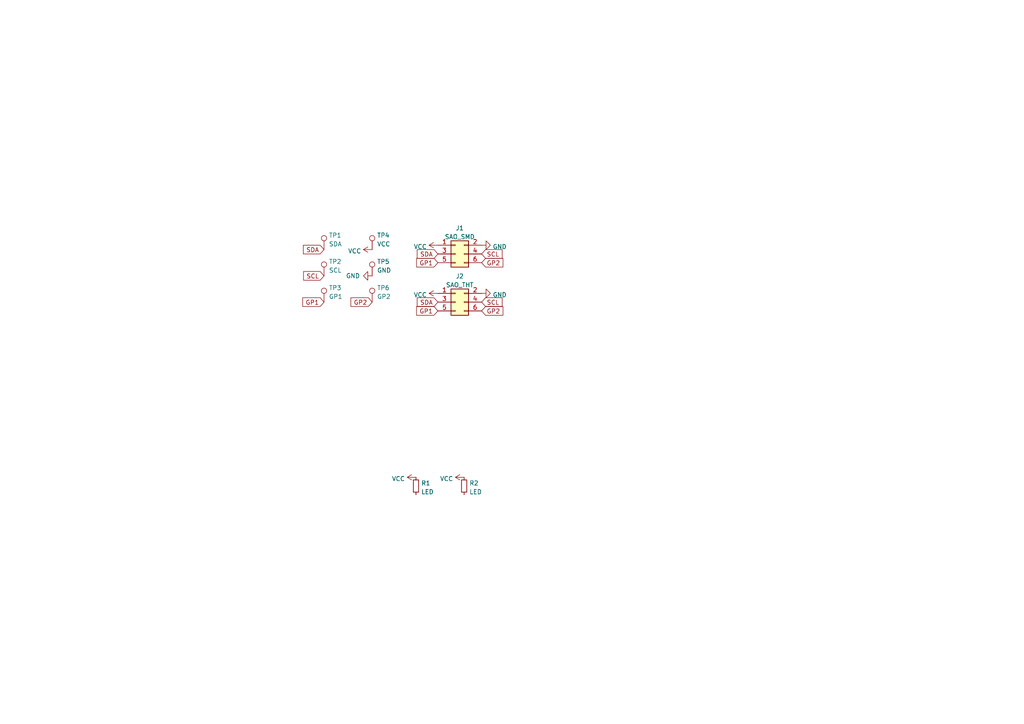
<source format=kicad_sch>
(kicad_sch (version 20211123) (generator eeschema)
  (paper "A4")
  (lib_symbols
    (symbol "Connector:TestPoint" (pin_numbers hide) (pin_names (offset 0.762) hide)
      (property "Reference" "TP" (at 0 6.858 0))
      (property "Value" "TestPoint" (at 0 5.08 0))
      (symbol "TestPoint_0_1"
        (circle (center 0 3.302) (radius 0.762))
      )
      (symbol "TestPoint_1_1"
        (pin passive line (at 0 0 90) (length 2.54) (name "1") (number "1"))
      )
    )
    (symbol "Connector_Generic:Conn_02x03_Odd_Even" (pin_names (offset 1.016) hide)
      (property "Reference" "J" (at 1.27 5.08 0))
      (property "Value" "Conn_02x03_Odd_Even" (at 1.27 -5.08 0))
      (symbol "Conn_02x03_Odd_Even_1_1"
        (rectangle (start -1.27 -2.413) (end 0 -2.667) (stroke (width 0.1524)))
        (rectangle (start -1.27 0.127) (end 0 -0.127) (stroke (width 0.1524)))
        (rectangle (start -1.27 2.667) (end 0 2.413) (stroke (width 0.1524)))
        (rectangle (start -1.27 3.81) (end 3.81 -3.81) (stroke (width 0.254)) (fill (type background)))
        (rectangle (start 3.81 -2.413) (end 2.54 -2.667) (stroke (width 0.1524)))
        (rectangle (start 3.81 0.127) (end 2.54 -0.127) (stroke (width 0.1524)))
        (rectangle (start 3.81 2.667) (end 2.54 2.413) (stroke (width 0.1524)))
        (pin passive line (at -5.08 2.54 0) (length 3.81) (name "Pin_1") (number "1"))
        (pin passive line (at 7.62 2.54 180) (length 3.81) (name "Pin_2") (number "2"))
        (pin passive line (at -5.08 0 0) (length 3.81) (name "Pin_3") (number "3"))
        (pin passive line (at 7.62 0 180) (length 3.81) (name "Pin_4") (number "4"))
        (pin passive line (at -5.08 -2.54 0) (length 3.81) (name "Pin_5") (number "5"))
        (pin passive line (at 7.62 -2.54 180) (length 3.81) (name "Pin_6") (number "6"))
      )
    )
    (symbol "Device:R_Small" (pin_numbers hide) (pin_names (offset 0.254) hide)
      (property "Reference" "R" (at 0.762 0.508 0))
      (property "Value" "R_Small" (at 0.762 -1.016 0))
      (symbol "R_Small_0_1"
        (rectangle (start -0.762 1.778) (end 0.762 -1.778) (stroke (width 0.2032)))
      )
      (symbol "R_Small_1_1"
        (pin passive line (at 0 2.54 270) (length 0.762) (name "~") (number "1"))
        (pin passive line (at 0 -2.54 90) (length 0.762) (name "~") (number "2"))
      )
    )
    (symbol "power:GND" (power) (pin_names (offset 0))
      (property "Value" "GND" (at 0 -3.81 0))
      (symbol "GND_0_1"
        (polyline (pts (xy 0 0) (xy 0 -1.27) (xy 1.27 -1.27) (xy 0 -2.54) (xy -1.27 -1.27) (xy 0 -1.27)))
      )
      (symbol "GND_1_1"
        (pin power_in line (at 0 0 270) (length 0) hide (name "GND") (number "1"))
      )
    )
    (symbol "power:VCC" (power) (pin_names (offset 0))
      (property "Value" "VCC" (at 0 3.81 0))
      (symbol "VCC_0_1"
        (polyline (pts (xy -0.762 1.27) (xy 0 2.54)))
        (polyline (pts (xy 0 0) (xy 0 2.54)))
        (polyline (pts (xy 0 2.54) (xy 0.762 1.27)))
      )
      (symbol "VCC_1_1"
        (pin power_in line (at 0 0 90) (length 0) hide (name "VCC") (number "1"))
      )
    )
  )
  (global_label "GP2" (shape input) (at 107.95 87.63 180) (property "Intersheet References" "${INTERSHEET_REFS}" (effects hide)))
  (global_label "SCL" (shape input) (at 139.7 73.66 0) (property "Intersheet References" "${INTERSHEET_REFS}" (effects hide)))
  (global_label "GP1" (shape input) (at 127 90.17 180) (property "Intersheet References" "${INTERSHEET_REFS}" (effects hide)))
  (global_label "GP1" (shape input) (at 127 76.2 180) (property "Intersheet References" "${INTERSHEET_REFS}" (effects hide)))
  (global_label "SDA" (shape input) (at 93.98 72.39 180) (property "Intersheet References" "${INTERSHEET_REFS}" (effects hide)))
  (global_label "GP2" (shape input) (at 139.7 76.2 0) (property "Intersheet References" "${INTERSHEET_REFS}" (effects hide)))
  (global_label "GP1" (shape input) (at 93.98 87.63 180) (property "Intersheet References" "${INTERSHEET_REFS}" (effects hide)))
  (global_label "GP2" (shape input) (at 139.7 90.17 0) (property "Intersheet References" "${INTERSHEET_REFS}" (effects hide)))
  (global_label "SDA" (shape input) (at 127 87.63 180) (property "Intersheet References" "${INTERSHEET_REFS}" (effects hide)))
  (global_label "SCL" (shape input) (at 93.98 80.01 180) (property "Intersheet References" "${INTERSHEET_REFS}" (effects hide)))
  (global_label "SCL" (shape input) (at 139.7 87.63 0) (property "Intersheet References" "${INTERSHEET_REFS}" (effects hide)))
  (global_label "SDA" (shape input) (at 127 73.66 180) (property "Intersheet References" "${INTERSHEET_REFS}" (effects hide)))
  (symbol (lib_id "Device:R_Small") (at 134.62 140.97 0) (unit 1)
    (property "Reference" "R2" (at 136.1186 140.1353 0) (effects (justify left)))
    (property "Value" "LED" (at 136.1186 142.6722 0) (effects (justify left)))
    (property "Footprint" "Resistor_SMD:R_0805_2012Metric_Pad1.20x1.40mm_HandSolder" (effects hide))
  )
  (symbol (lib_id "Connector:TestPoint") (at 107.95 80.01 0) (unit 1)
    (property "Reference" "TP5" (at 109.347 75.8733 0) (effects (justify left)))
    (property "Value" "GND" (at 109.347 78.4102 0) (effects (justify left)))
    (property "Footprint" "TestPoint:TestPoint_Pad_D1.5mm" (effects hide))
  )
  (symbol (lib_id "Connector:TestPoint") (at 107.95 87.63 0) (unit 1)
    (property "Reference" "TP6" (at 109.347 83.4933 0) (effects (justify left)))
    (property "Value" "GP2" (at 109.347 86.0302 0) (effects (justify left)))
    (property "Footprint" "TestPoint:TestPoint_Pad_D1.5mm" (effects hide))
  )
  (symbol (lib_id "power:VCC") (at 127 71.12 90) (unit 1)
    (property "Reference" "#PWR0102" (effects hide))
    (property "Value" "VCC" (at 123.825 71.5538 90) (effects (justify left)))
  )
  (symbol (lib_id "power:GND") (at 139.7 71.12 90) (unit 1)
    (property "Reference" "#PWR0101" (effects hide))
    (property "Value" "GND" (at 142.875 71.5538 90) (effects (justify right)))
  )
  (symbol (lib_id "power:VCC") (at 134.62 138.43 90) (unit 1)
    (property "Reference" "#PWR0108" (effects hide))
    (property "Value" "VCC" (at 131.445 138.8638 90) (effects (justify left)))
  )
  (symbol (lib_id "Connector:TestPoint") (at 107.95 72.39 0) (unit 1)
    (property "Reference" "TP4" (at 109.347 68.2533 0) (effects (justify left)))
    (property "Value" "VCC" (at 109.347 70.7902 0) (effects (justify left)))
    (property "Footprint" "TestPoint:TestPoint_Pad_D1.5mm" (effects hide))
  )
  (symbol (lib_id "power:VCC") (at 107.95 72.39 90) (unit 1)
    (property "Reference" "#PWR0105" (effects hide))
    (property "Value" "VCC" (at 104.775 72.8238 90) (effects (justify left)))
  )
  (symbol (lib_id "Connector_Generic:Conn_02x03_Odd_Even") (at 132.08 73.66 0) (unit 1)
    (property "Reference" "J1" (at 133.35 66.1502 0))
    (property "Value" "SAO_SMD" (at 133.35 68.6871 0))
    (property "Footprint" "Connector_PinHeader_2.54mm:PinHeader_2x03_P2.54mm_Vertical_SMD" (effects hide))
  )
  (symbol (lib_id "power:GND") (at 139.7 85.09 90) (unit 1)
    (property "Reference" "#PWR0103" (effects hide))
    (property "Value" "GND" (at 142.875 85.5238 90) (effects (justify right)))
  )
  (symbol (lib_id "power:VCC") (at 127 85.09 90) (unit 1)
    (property "Reference" "#PWR0104" (effects hide))
    (property "Value" "VCC" (at 123.825 85.5238 90) (effects (justify left)))
  )
  (symbol (lib_id "power:GND") (at 107.95 80.01 270) (unit 1)
    (property "Reference" "#PWR0106" (effects hide))
    (property "Value" "GND" (at 100.33 80.01 90) (effects (justify left)))
  )
  (symbol (lib_id "Connector_Generic:Conn_02x03_Odd_Even") (at 132.08 87.63 0) (unit 1)
    (property "Reference" "J2" (at 133.35 80.1202 0))
    (property "Value" "SAO_THT" (at 133.35 82.6571 0))
    (property "Footprint" "Connector_IDC:IDC-Header_2x03_P2.54mm_Vertical" (effects hide))
  )
  (symbol (lib_id "Connector:TestPoint") (at 93.98 72.39 0) (unit 1)
    (property "Reference" "TP1" (at 95.377 68.2533 0) (effects (justify left)))
    (property "Value" "SDA" (at 95.377 70.7902 0) (effects (justify left)))
    (property "Footprint" "TestPoint:TestPoint_Pad_D1.5mm" (effects hide))
  )
  (symbol (lib_id "Device:R_Small") (at 120.65 140.97 0) (unit 1)
    (property "Reference" "R1" (at 122.1486 140.1353 0) (effects (justify left)))
    (property "Value" "LED" (at 122.1486 142.6722 0) (effects (justify left)))
    (property "Footprint" "Resistor_SMD:R_0805_2012Metric_Pad1.20x1.40mm_HandSolder" (effects hide))
  )
  (symbol (lib_id "Connector:TestPoint") (at 93.98 80.01 0) (unit 1)
    (property "Reference" "TP2" (at 95.377 75.8733 0) (effects (justify left)))
    (property "Value" "SCL" (at 95.377 78.4102 0) (effects (justify left)))
    (property "Footprint" "TestPoint:TestPoint_Pad_D1.5mm" (effects hide))
  )
  (symbol (lib_id "Connector:TestPoint") (at 93.98 87.63 0) (unit 1)
    (property "Reference" "TP3" (at 95.377 83.4933 0) (effects (justify left)))
    (property "Value" "GP1" (at 95.377 86.0302 0) (effects (justify left)))
    (property "Footprint" "TestPoint:TestPoint_Pad_D1.5mm" (effects hide))
  )
  (symbol (lib_id "power:VCC") (at 120.65 138.43 90) (unit 1)
    (property "Reference" "#PWR0107" (effects hide))
    (property "Value" "VCC" (at 117.475 138.8638 90) (effects (justify left)))
  )
)
</source>
